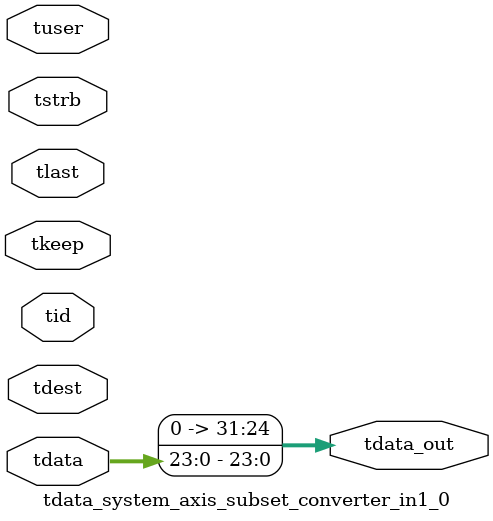
<source format=v>


`timescale 1ps/1ps

module tdata_system_axis_subset_converter_in1_0 #
(
parameter C_S_AXIS_TDATA_WIDTH = 32,
parameter C_S_AXIS_TUSER_WIDTH = 0,
parameter C_S_AXIS_TID_WIDTH   = 0,
parameter C_S_AXIS_TDEST_WIDTH = 0,
parameter C_M_AXIS_TDATA_WIDTH = 32
)
(
input  [(C_S_AXIS_TDATA_WIDTH == 0 ? 1 : C_S_AXIS_TDATA_WIDTH)-1:0     ] tdata,
input  [(C_S_AXIS_TUSER_WIDTH == 0 ? 1 : C_S_AXIS_TUSER_WIDTH)-1:0     ] tuser,
input  [(C_S_AXIS_TID_WIDTH   == 0 ? 1 : C_S_AXIS_TID_WIDTH)-1:0       ] tid,
input  [(C_S_AXIS_TDEST_WIDTH == 0 ? 1 : C_S_AXIS_TDEST_WIDTH)-1:0     ] tdest,
input  [(C_S_AXIS_TDATA_WIDTH/8)-1:0 ] tkeep,
input  [(C_S_AXIS_TDATA_WIDTH/8)-1:0 ] tstrb,
input                                                                    tlast,
output [C_M_AXIS_TDATA_WIDTH-1:0] tdata_out
);

assign tdata_out = {tdata[23:0]};

endmodule


</source>
